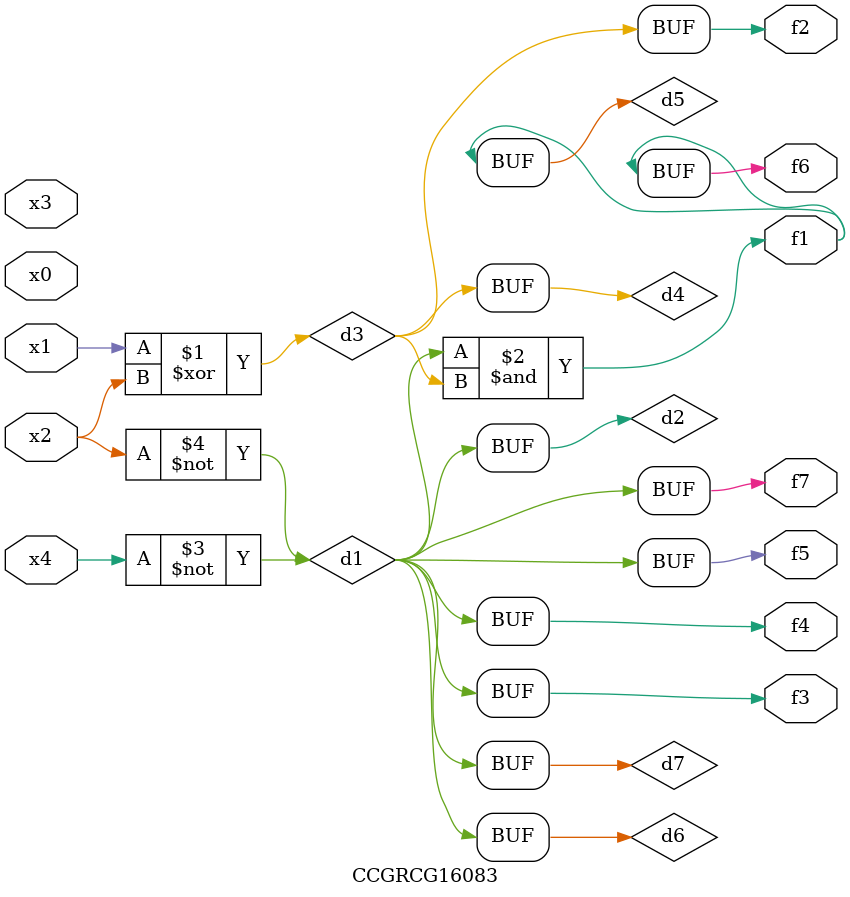
<source format=v>
module CCGRCG16083(
	input x0, x1, x2, x3, x4,
	output f1, f2, f3, f4, f5, f6, f7
);

	wire d1, d2, d3, d4, d5, d6, d7;

	not (d1, x4);
	not (d2, x2);
	xor (d3, x1, x2);
	buf (d4, d3);
	and (d5, d1, d3);
	buf (d6, d1, d2);
	buf (d7, d2);
	assign f1 = d5;
	assign f2 = d4;
	assign f3 = d7;
	assign f4 = d7;
	assign f5 = d7;
	assign f6 = d5;
	assign f7 = d7;
endmodule

</source>
